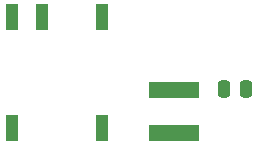
<source format=gbr>
%TF.GenerationSoftware,KiCad,Pcbnew,8.0.4*%
%TF.CreationDate,2024-11-04T15:39:35+01:00*%
%TF.ProjectId,Flipper_Zero_CAN_Module,466c6970-7065-4725-9f5a-65726f5f4341,rev?*%
%TF.SameCoordinates,Original*%
%TF.FileFunction,Paste,Bot*%
%TF.FilePolarity,Positive*%
%FSLAX46Y46*%
G04 Gerber Fmt 4.6, Leading zero omitted, Abs format (unit mm)*
G04 Created by KiCad (PCBNEW 8.0.4) date 2024-11-04 15:39:35*
%MOMM*%
%LPD*%
G01*
G04 APERTURE LIST*
G04 Aperture macros list*
%AMRoundRect*
0 Rectangle with rounded corners*
0 $1 Rounding radius*
0 $2 $3 $4 $5 $6 $7 $8 $9 X,Y pos of 4 corners*
0 Add a 4 corners polygon primitive as box body*
4,1,4,$2,$3,$4,$5,$6,$7,$8,$9,$2,$3,0*
0 Add four circle primitives for the rounded corners*
1,1,$1+$1,$2,$3*
1,1,$1+$1,$4,$5*
1,1,$1+$1,$6,$7*
1,1,$1+$1,$8,$9*
0 Add four rect primitives between the rounded corners*
20,1,$1+$1,$2,$3,$4,$5,0*
20,1,$1+$1,$4,$5,$6,$7,0*
20,1,$1+$1,$6,$7,$8,$9,0*
20,1,$1+$1,$8,$9,$2,$3,0*%
G04 Aperture macros list end*
%ADD10R,4.200000X1.400000*%
%ADD11RoundRect,0.250000X0.250000X0.475000X-0.250000X0.475000X-0.250000X-0.475000X0.250000X-0.475000X0*%
%ADD12R,1.000000X2.300000*%
G04 APERTURE END LIST*
D10*
%TO.C,L1*%
X162400000Y-85050000D03*
X162400000Y-81350000D03*
%TD*%
D11*
%TO.C,C2*%
X168525000Y-81325000D03*
X166625000Y-81325000D03*
%TD*%
D12*
%TO.C,U1*%
X148680000Y-75200000D03*
X151220000Y-75200000D03*
X156300000Y-75200000D03*
X156300000Y-84600000D03*
X148680000Y-84600000D03*
%TD*%
M02*

</source>
